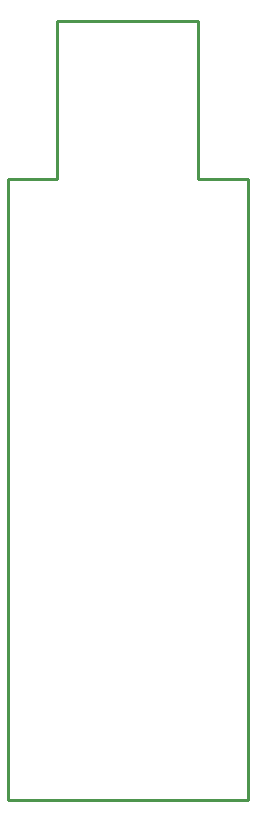
<source format=gbr>
G04 EAGLE Gerber RS-274X export*
G75*
%MOMM*%
%FSLAX34Y34*%
%LPD*%
%IN*%
%IPPOS*%
%AMOC8*
5,1,8,0,0,1.08239X$1,22.5*%
G01*
G04 Define Apertures*
%ADD10C,0.254000*%
D10*
X0Y0D02*
X203200Y0D01*
X203200Y525400D01*
X161639Y525400D01*
X161639Y659290D01*
X41623Y659290D01*
X41623Y525400D01*
X0Y525400D01*
X0Y0D01*
M02*

</source>
